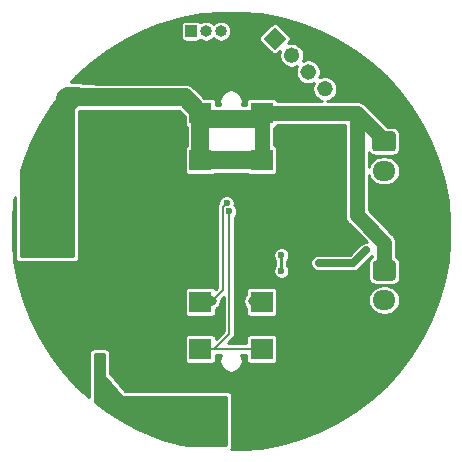
<source format=gbl>
G04 #@! TF.GenerationSoftware,KiCad,Pcbnew,(5.1.10)-1*
G04 #@! TF.CreationDate,2021-05-29T17:35:04+08:00*
G04 #@! TF.ProjectId,tiny_V1.0,74696e79-5f56-4312-9e30-2e6b69636164,rev?*
G04 #@! TF.SameCoordinates,Original*
G04 #@! TF.FileFunction,Copper,L2,Bot*
G04 #@! TF.FilePolarity,Positive*
%FSLAX46Y46*%
G04 Gerber Fmt 4.6, Leading zero omitted, Abs format (unit mm)*
G04 Created by KiCad (PCBNEW (5.1.10)-1) date 2021-05-29 17:35:04*
%MOMM*%
%LPD*%
G01*
G04 APERTURE LIST*
G04 #@! TA.AperFunction,ComponentPad*
%ADD10O,1.950000X1.700000*%
G04 #@! TD*
G04 #@! TA.AperFunction,ComponentPad*
%ADD11C,3.000000*%
G04 #@! TD*
G04 #@! TA.AperFunction,ComponentPad*
%ADD12R,3.000000X3.000000*%
G04 #@! TD*
G04 #@! TA.AperFunction,SMDPad,CuDef*
%ADD13R,1.900000X1.800000*%
G04 #@! TD*
G04 #@! TA.AperFunction,ComponentPad*
%ADD14O,1.000000X1.000000*%
G04 #@! TD*
G04 #@! TA.AperFunction,ComponentPad*
%ADD15R,1.000000X1.000000*%
G04 #@! TD*
G04 #@! TA.AperFunction,ComponentPad*
%ADD16C,0.100000*%
G04 #@! TD*
G04 #@! TA.AperFunction,ViaPad*
%ADD17C,0.800000*%
G04 #@! TD*
G04 #@! TA.AperFunction,ViaPad*
%ADD18C,0.600000*%
G04 #@! TD*
G04 #@! TA.AperFunction,Conductor*
%ADD19C,0.635000*%
G04 #@! TD*
G04 #@! TA.AperFunction,Conductor*
%ADD20C,0.762000*%
G04 #@! TD*
G04 #@! TA.AperFunction,Conductor*
%ADD21C,1.524000*%
G04 #@! TD*
G04 #@! TA.AperFunction,Conductor*
%ADD22C,1.270000*%
G04 #@! TD*
G04 #@! TA.AperFunction,Conductor*
%ADD23C,0.254000*%
G04 #@! TD*
G04 #@! TA.AperFunction,Conductor*
%ADD24C,0.203200*%
G04 #@! TD*
G04 #@! TA.AperFunction,Conductor*
%ADD25C,0.100000*%
G04 #@! TD*
G04 APERTURE END LIST*
D10*
X12976640Y-8342680D03*
X12976640Y-5842680D03*
G04 #@! TA.AperFunction,ComponentPad*
G36*
G01*
X12251640Y-2492680D02*
X13701640Y-2492680D01*
G75*
G02*
X13951640Y-2742680I0J-250000D01*
G01*
X13951640Y-3942680D01*
G75*
G02*
X13701640Y-4192680I-250000J0D01*
G01*
X12251640Y-4192680D01*
G75*
G02*
X12001640Y-3942680I0J250000D01*
G01*
X12001640Y-2742680D01*
G75*
G02*
X12251640Y-2492680I250000J0D01*
G01*
G37*
G04 #@! TD.AperFunction*
X12953780Y2586940D03*
X12953780Y5086940D03*
G04 #@! TA.AperFunction,ComponentPad*
G36*
G01*
X12228780Y8436940D02*
X13678780Y8436940D01*
G75*
G02*
X13928780Y8186940I0J-250000D01*
G01*
X13928780Y6986940D01*
G75*
G02*
X13678780Y6736940I-250000J0D01*
G01*
X12228780Y6736940D01*
G75*
G02*
X11978780Y6986940I0J250000D01*
G01*
X11978780Y8186940D01*
G75*
G02*
X12228780Y8436940I250000J0D01*
G01*
G37*
G04 #@! TD.AperFunction*
D11*
X1916360Y-15582940D03*
D12*
X-1963640Y-15582940D03*
D13*
X-2590000Y2000000D03*
X-2590000Y6000000D03*
X-2590000Y10000000D03*
X-2590000Y-6000000D03*
X-2590000Y-10000000D03*
X-2590000Y-2000000D03*
X2590000Y-10000000D03*
X2590000Y-6000000D03*
X2590000Y-2000000D03*
X2590000Y10000000D03*
X2590000Y6000000D03*
X2590000Y2000000D03*
D14*
X423960Y16923980D03*
X-846040Y16923980D03*
X-2116040Y16923980D03*
D15*
X-3386040Y16923980D03*
G04 #@! TA.AperFunction,ComponentPad*
G36*
G01*
X7476064Y11574122D02*
X7476064Y11574122D01*
G75*
G02*
X7476064Y12528716I477297J477297D01*
G01*
X7476064Y12528716D01*
G75*
G02*
X8430658Y12528716I477297J-477297D01*
G01*
X8430658Y12528716D01*
G75*
G02*
X8430658Y11574122I-477297J-477297D01*
G01*
X8430658Y11574122D01*
G75*
G02*
X7476064Y11574122I-477297J477297D01*
G01*
G37*
G04 #@! TD.AperFunction*
G04 #@! TA.AperFunction,ComponentPad*
G36*
G01*
X6061850Y12988336D02*
X6061850Y12988336D01*
G75*
G02*
X6061850Y13942930I477297J477297D01*
G01*
X6061850Y13942930D01*
G75*
G02*
X7016444Y13942930I477297J-477297D01*
G01*
X7016444Y13942930D01*
G75*
G02*
X7016444Y12988336I-477297J-477297D01*
G01*
X7016444Y12988336D01*
G75*
G02*
X6061850Y12988336I-477297J477297D01*
G01*
G37*
G04 #@! TD.AperFunction*
G04 #@! TA.AperFunction,ComponentPad*
G36*
G01*
X4647637Y14402549D02*
X4647637Y14402549D01*
G75*
G02*
X4647637Y15357143I477297J477297D01*
G01*
X4647637Y15357143D01*
G75*
G02*
X5602231Y15357143I477297J-477297D01*
G01*
X5602231Y15357143D01*
G75*
G02*
X5602231Y14402549I-477297J-477297D01*
G01*
X5602231Y14402549D01*
G75*
G02*
X4647637Y14402549I-477297J477297D01*
G01*
G37*
G04 #@! TD.AperFunction*
G04 #@! TA.AperFunction,ComponentPad*
D16*
G36*
X3710720Y15339466D02*
G01*
X2756126Y16294060D01*
X3710720Y17248654D01*
X4665314Y16294060D01*
X3710720Y15339466D01*
G37*
G04 #@! TD.AperFunction*
D17*
X3200180Y2481540D03*
X2163860Y2552660D03*
X7314980Y8402280D03*
X7254020Y3657560D03*
X7274340Y5852120D03*
X-3949920Y13860740D03*
X-3955000Y12865060D03*
X-8493980Y13020000D03*
X-7693880Y13007300D03*
D18*
X-11046680Y-11264940D03*
D17*
X-10579320Y-9321840D03*
X-11689300Y-9321840D03*
X-12735780Y-9296440D03*
X-10553920Y-8100100D03*
X-11638500Y-8074700D03*
X-12748480Y-8087400D03*
X5336320Y-261660D03*
X5920520Y-1432600D03*
X6649500Y-7899440D03*
X10403620Y-7942620D03*
X8475760Y-5290860D03*
X6065300Y-14787920D03*
X10690640Y-13015000D03*
X-15588200Y-8074700D03*
X-14838900Y-9746020D03*
X-3464780Y-12753380D03*
X-2057620Y-12753380D03*
X-6804880Y-12702580D03*
X2199420Y3571200D03*
X3164620Y3561040D03*
X-9814780Y9786580D03*
X-8560020Y9804360D03*
X-7254460Y9822140D03*
X-5484080Y9855160D03*
X-2532600Y12105600D03*
X6527580Y-5318800D03*
X2003840Y15039300D03*
X2722660Y13825180D03*
D18*
X7414040Y-2697520D03*
X8074824Y-2697516D03*
X10944640Y-2131100D03*
X11420890Y-1644690D03*
D17*
X-12911040Y11793180D03*
X-14402020Y10886400D03*
X-13487620Y10878780D03*
X-13911800Y11755080D03*
X-2568160Y7787600D03*
X-3485100Y10939740D03*
X-2568160Y8724860D03*
X-2590000Y9884120D03*
X-2568160Y6454100D03*
D18*
X4266980Y-3401100D03*
X4266980Y-2044740D03*
X-11041600Y-12392700D03*
X-10998420Y-13213120D03*
X-142170Y1650960D03*
D17*
X-1643600Y-5946180D03*
X1828580Y-5946180D03*
D18*
X-378571Y2368643D03*
D19*
X7414040Y-2697520D02*
X8074820Y-2697520D01*
X8074820Y-2697520D02*
X8074824Y-2697516D01*
X10368064Y-2697516D02*
X11420890Y-1644690D01*
X8074824Y-2697516D02*
X10368064Y-2697516D01*
D20*
X-13495240Y10886400D02*
X-13487620Y10878780D01*
D21*
X-2590000Y6000000D02*
X-2590000Y9884120D01*
X2075599Y9485599D02*
X2590000Y10000000D01*
X-2075599Y9485599D02*
X2075599Y9485599D01*
X-2590000Y10000000D02*
X-2075599Y9485599D01*
X2590000Y6000000D02*
X-2590000Y6000000D01*
X-2590000Y9884120D02*
X-2590000Y10000000D01*
D22*
X10639780Y10000000D02*
X12941080Y7698700D01*
X2590000Y10000000D02*
X10639780Y10000000D01*
D21*
X12974100Y-3340140D02*
X12976640Y-3342680D01*
D22*
X10639780Y10000000D02*
X10639780Y1356380D01*
X12976640Y-980480D02*
X12976640Y-3342680D01*
X10639780Y1356380D02*
X12976640Y-980480D01*
X2590000Y6000000D02*
X2590000Y10000000D01*
D21*
X-13961696Y11318200D02*
X-14044216Y11235680D01*
X-3908200Y11318200D02*
X-13961696Y11318200D01*
X-2590000Y10000000D02*
X-3908200Y11318200D01*
D23*
X4266980Y-3401100D02*
X4266980Y-2044740D01*
D24*
X2590000Y-10000000D02*
X-2590000Y-10000000D01*
X-2590000Y-10000000D02*
X-1436800Y-10000000D01*
X-1436800Y-10000000D02*
X-142170Y-8705370D01*
X-142170Y-8705370D02*
X-142170Y1650960D01*
X-2590000Y-6000000D02*
X-1697420Y-6000000D01*
X-1697420Y-6000000D02*
X-1643600Y-5946180D01*
X-696180Y-4998760D02*
X-696180Y2051034D01*
X-1643600Y-5946180D02*
X-696180Y-4998760D01*
X-696180Y2051034D02*
X-378571Y2368643D01*
D23*
X-12006524Y12056909D02*
X-13369729Y10306576D01*
X-13383028Y10285529D01*
X-13391965Y10262292D01*
X-13396530Y10227767D01*
X-13368591Y5635683D01*
X-13351099Y-2156087D01*
X-17800280Y-2141673D01*
X-17765081Y5160832D01*
X-17558987Y5885179D01*
X-16941068Y7480213D01*
X-16178613Y9011428D01*
X-15278128Y10465761D01*
X-14247296Y11830804D01*
X-14010448Y12090613D01*
X-13977305Y12092823D01*
X-12006524Y12056909D01*
G04 #@! TA.AperFunction,Conductor*
D25*
G36*
X-12006524Y12056909D02*
G01*
X-13369729Y10306576D01*
X-13383028Y10285529D01*
X-13391965Y10262292D01*
X-13396530Y10227767D01*
X-13368591Y5635683D01*
X-13351099Y-2156087D01*
X-17800280Y-2141673D01*
X-17765081Y5160832D01*
X-17558987Y5885179D01*
X-16941068Y7480213D01*
X-16178613Y9011428D01*
X-15278128Y10465761D01*
X-14247296Y11830804D01*
X-14010448Y12090613D01*
X-13977305Y12092823D01*
X-12006524Y12056909D01*
G37*
G04 #@! TD.AperFunction*
D23*
X-10755745Y-12197483D02*
X-10753405Y-12222269D01*
X-10746274Y-12246122D01*
X-10734626Y-12268126D01*
X-10724998Y-12280848D01*
X-9225128Y-14023288D01*
X-9207115Y-14040473D01*
X-9186095Y-14053815D01*
X-9162876Y-14062799D01*
X-9128876Y-14067435D01*
X-421533Y-14067435D01*
X-414360Y-18141518D01*
X-3638348Y-18139555D01*
X-4239935Y-18027099D01*
X-5818840Y-17577862D01*
X-7883813Y-16740099D01*
X-9011428Y-16178613D01*
X-10465761Y-15278128D01*
X-11498283Y-14498404D01*
X-11486366Y-10441886D01*
X-10748643Y-10436218D01*
X-10755745Y-12197483D01*
G04 #@! TA.AperFunction,Conductor*
D25*
G36*
X-10755745Y-12197483D02*
G01*
X-10753405Y-12222269D01*
X-10746274Y-12246122D01*
X-10734626Y-12268126D01*
X-10724998Y-12280848D01*
X-9225128Y-14023288D01*
X-9207115Y-14040473D01*
X-9186095Y-14053815D01*
X-9162876Y-14062799D01*
X-9128876Y-14067435D01*
X-421533Y-14067435D01*
X-414360Y-18141518D01*
X-3638348Y-18139555D01*
X-4239935Y-18027099D01*
X-5818840Y-17577862D01*
X-7883813Y-16740099D01*
X-9011428Y-16178613D01*
X-10465761Y-15278128D01*
X-11498283Y-14498404D01*
X-11486366Y-10441886D01*
X-10748643Y-10436218D01*
X-10755745Y-12197483D01*
G37*
G04 #@! TD.AperFunction*
D23*
X2558518Y18341411D02*
X4239935Y18027099D01*
X5885179Y17558987D01*
X7480213Y16941068D01*
X9011428Y16178613D01*
X10465761Y15278128D01*
X11830804Y14247296D01*
X13094910Y13094910D01*
X14247296Y11830804D01*
X15278128Y10465761D01*
X16178613Y9011428D01*
X16941068Y7480213D01*
X17558987Y5885179D01*
X18027099Y4239935D01*
X18341411Y2558518D01*
X18499240Y855271D01*
X18499240Y-855271D01*
X18341411Y-2558518D01*
X18027099Y-4239935D01*
X17558987Y-5885179D01*
X16941068Y-7480213D01*
X16178613Y-9011428D01*
X15278128Y-10465761D01*
X14247296Y-11830804D01*
X13094910Y-13094910D01*
X11830804Y-14247296D01*
X10465761Y-15278128D01*
X9011428Y-16178613D01*
X7480213Y-16941068D01*
X5885179Y-17558987D01*
X4239935Y-18027099D01*
X2558518Y-18341411D01*
X855271Y-18499240D01*
X14055Y-18499240D01*
X30026Y-18479709D01*
X65118Y-18413777D01*
X86673Y-18342266D01*
X93863Y-18267924D01*
X86243Y-13939764D01*
X78923Y-13866106D01*
X57242Y-13794633D01*
X22034Y-13728763D01*
X-25348Y-13671027D01*
X-83084Y-13623645D01*
X-148954Y-13588437D01*
X-220427Y-13566756D01*
X-294756Y-13559435D01*
X-8954124Y-13559435D01*
X-10247175Y-12057262D01*
X-10240129Y-10309771D01*
X-10248029Y-10231037D01*
X-10270258Y-10159733D01*
X-10305972Y-10094135D01*
X-10353796Y-10036766D01*
X-10411894Y-9989828D01*
X-10478032Y-9955127D01*
X-10549669Y-9933996D01*
X-10624053Y-9927246D01*
X-11615923Y-9934866D01*
X-11686227Y-9941959D01*
X-11757764Y-9963430D01*
X-11823737Y-9998445D01*
X-11881611Y-10045657D01*
X-11929163Y-10103253D01*
X-11964564Y-10169019D01*
X-11986455Y-10240428D01*
X-11993994Y-10314736D01*
X-12005080Y-14088422D01*
X-13094910Y-13094910D01*
X-14247296Y-11830804D01*
X-15278128Y-10465761D01*
X-16178613Y-9011428D01*
X-16941068Y-7480213D01*
X-17558987Y-5885179D01*
X-17782389Y-5100000D01*
X-3922843Y-5100000D01*
X-3922843Y-6900000D01*
X-3915487Y-6974689D01*
X-3893701Y-7046508D01*
X-3858322Y-7112696D01*
X-3810711Y-7170711D01*
X-3752696Y-7218322D01*
X-3686508Y-7253701D01*
X-3614689Y-7275487D01*
X-3540000Y-7282843D01*
X-1640000Y-7282843D01*
X-1565311Y-7275487D01*
X-1493492Y-7253701D01*
X-1427304Y-7218322D01*
X-1369289Y-7170711D01*
X-1321678Y-7112696D01*
X-1286299Y-7046508D01*
X-1264513Y-6974689D01*
X-1257157Y-6900000D01*
X-1257157Y-6627267D01*
X-1145741Y-6552822D01*
X-1036958Y-6444039D01*
X-951487Y-6316122D01*
X-892613Y-6173989D01*
X-862600Y-6023102D01*
X-862600Y-5869258D01*
X-866180Y-5851259D01*
X-624770Y-5609849D01*
X-624770Y-8505471D01*
X-1257157Y-9137858D01*
X-1257157Y-9100000D01*
X-1264513Y-9025311D01*
X-1286299Y-8953492D01*
X-1321678Y-8887304D01*
X-1369289Y-8829289D01*
X-1427304Y-8781678D01*
X-1493492Y-8746299D01*
X-1565311Y-8724513D01*
X-1640000Y-8717157D01*
X-3540000Y-8717157D01*
X-3614689Y-8724513D01*
X-3686508Y-8746299D01*
X-3752696Y-8781678D01*
X-3810711Y-8829289D01*
X-3858322Y-8887304D01*
X-3893701Y-8953492D01*
X-3915487Y-9025311D01*
X-3922843Y-9100000D01*
X-3922843Y-10900000D01*
X-3915487Y-10974689D01*
X-3893701Y-11046508D01*
X-3858322Y-11112696D01*
X-3810711Y-11170711D01*
X-3752696Y-11218322D01*
X-3686508Y-11253701D01*
X-3614689Y-11275487D01*
X-3540000Y-11282843D01*
X-1640000Y-11282843D01*
X-1565311Y-11275487D01*
X-1493492Y-11253701D01*
X-1427304Y-11218322D01*
X-1369289Y-11170711D01*
X-1321678Y-11112696D01*
X-1286299Y-11046508D01*
X-1264513Y-10974689D01*
X-1257157Y-10900000D01*
X-1257157Y-10482600D01*
X-834123Y-10482600D01*
X-869351Y-10535322D01*
X-943301Y-10713853D01*
X-981000Y-10903380D01*
X-981000Y-11096620D01*
X-943301Y-11286147D01*
X-869351Y-11464678D01*
X-761993Y-11625351D01*
X-625351Y-11761993D01*
X-464678Y-11869351D01*
X-286147Y-11943301D01*
X-96620Y-11981000D01*
X96620Y-11981000D01*
X286147Y-11943301D01*
X464678Y-11869351D01*
X625351Y-11761993D01*
X761993Y-11625351D01*
X869351Y-11464678D01*
X943301Y-11286147D01*
X981000Y-11096620D01*
X981000Y-10903380D01*
X943301Y-10713853D01*
X869351Y-10535322D01*
X834123Y-10482600D01*
X1257157Y-10482600D01*
X1257157Y-10900000D01*
X1264513Y-10974689D01*
X1286299Y-11046508D01*
X1321678Y-11112696D01*
X1369289Y-11170711D01*
X1427304Y-11218322D01*
X1493492Y-11253701D01*
X1565311Y-11275487D01*
X1640000Y-11282843D01*
X3540000Y-11282843D01*
X3614689Y-11275487D01*
X3686508Y-11253701D01*
X3752696Y-11218322D01*
X3810711Y-11170711D01*
X3858322Y-11112696D01*
X3893701Y-11046508D01*
X3915487Y-10974689D01*
X3922843Y-10900000D01*
X3922843Y-9100000D01*
X3915487Y-9025311D01*
X3893701Y-8953492D01*
X3858322Y-8887304D01*
X3810711Y-8829289D01*
X3752696Y-8781678D01*
X3686508Y-8746299D01*
X3614689Y-8724513D01*
X3540000Y-8717157D01*
X1640000Y-8717157D01*
X1565311Y-8724513D01*
X1493492Y-8746299D01*
X1427304Y-8781678D01*
X1369289Y-8829289D01*
X1321678Y-8887304D01*
X1286299Y-8953492D01*
X1264513Y-9025311D01*
X1257157Y-9100000D01*
X1257157Y-9517400D01*
X-271701Y-9517400D01*
X182312Y-9063387D01*
X200731Y-9048271D01*
X261039Y-8974785D01*
X305852Y-8890947D01*
X333447Y-8799976D01*
X340430Y-8729077D01*
X340430Y-8729076D01*
X342765Y-8705371D01*
X340430Y-8681666D01*
X340430Y-5869258D01*
X1047580Y-5869258D01*
X1047580Y-6023102D01*
X1077593Y-6173989D01*
X1136467Y-6316122D01*
X1221938Y-6444039D01*
X1257157Y-6479258D01*
X1257157Y-6900000D01*
X1264513Y-6974689D01*
X1286299Y-7046508D01*
X1321678Y-7112696D01*
X1369289Y-7170711D01*
X1427304Y-7218322D01*
X1493492Y-7253701D01*
X1565311Y-7275487D01*
X1640000Y-7282843D01*
X3540000Y-7282843D01*
X3614689Y-7275487D01*
X3686508Y-7253701D01*
X3752696Y-7218322D01*
X3810711Y-7170711D01*
X3858322Y-7112696D01*
X3893701Y-7046508D01*
X3915487Y-6974689D01*
X3922843Y-6900000D01*
X3922843Y-5842680D01*
X11614684Y-5842680D01*
X11638452Y-6083998D01*
X11708842Y-6316043D01*
X11823149Y-6529896D01*
X11976980Y-6717340D01*
X12164424Y-6871171D01*
X12378277Y-6985478D01*
X12610322Y-7055868D01*
X12791168Y-7073680D01*
X13162112Y-7073680D01*
X13342958Y-7055868D01*
X13575003Y-6985478D01*
X13788856Y-6871171D01*
X13976300Y-6717340D01*
X14130131Y-6529896D01*
X14244438Y-6316043D01*
X14314828Y-6083998D01*
X14338596Y-5842680D01*
X14314828Y-5601362D01*
X14244438Y-5369317D01*
X14130131Y-5155464D01*
X13976300Y-4968020D01*
X13788856Y-4814189D01*
X13575003Y-4699882D01*
X13342958Y-4629492D01*
X13162112Y-4611680D01*
X12791168Y-4611680D01*
X12610322Y-4629492D01*
X12378277Y-4699882D01*
X12164424Y-4814189D01*
X11976980Y-4968020D01*
X11823149Y-5155464D01*
X11708842Y-5369317D01*
X11638452Y-5601362D01*
X11614684Y-5842680D01*
X3922843Y-5842680D01*
X3922843Y-5100000D01*
X3915487Y-5025311D01*
X3893701Y-4953492D01*
X3858322Y-4887304D01*
X3810711Y-4829289D01*
X3752696Y-4781678D01*
X3686508Y-4746299D01*
X3614689Y-4724513D01*
X3540000Y-4717157D01*
X1640000Y-4717157D01*
X1565311Y-4724513D01*
X1493492Y-4746299D01*
X1427304Y-4781678D01*
X1369289Y-4829289D01*
X1321678Y-4887304D01*
X1286299Y-4953492D01*
X1264513Y-5025311D01*
X1257157Y-5100000D01*
X1257157Y-5413102D01*
X1221938Y-5448321D01*
X1136467Y-5576238D01*
X1077593Y-5718371D01*
X1047580Y-5869258D01*
X340430Y-5869258D01*
X340430Y-1977667D01*
X3585980Y-1977667D01*
X3585980Y-2111813D01*
X3612151Y-2243380D01*
X3663486Y-2367314D01*
X3738013Y-2478852D01*
X3758981Y-2499820D01*
X3758980Y-2946021D01*
X3738013Y-2966988D01*
X3663486Y-3078526D01*
X3612151Y-3202460D01*
X3585980Y-3334027D01*
X3585980Y-3468173D01*
X3612151Y-3599740D01*
X3663486Y-3723674D01*
X3738013Y-3835212D01*
X3832868Y-3930067D01*
X3944406Y-4004594D01*
X4068340Y-4055929D01*
X4199907Y-4082100D01*
X4334053Y-4082100D01*
X4465620Y-4055929D01*
X4589554Y-4004594D01*
X4701092Y-3930067D01*
X4795947Y-3835212D01*
X4870474Y-3723674D01*
X4921809Y-3599740D01*
X4947980Y-3468173D01*
X4947980Y-3334027D01*
X4921809Y-3202460D01*
X4870474Y-3078526D01*
X4795947Y-2966988D01*
X4774980Y-2946021D01*
X4774980Y-2499819D01*
X4795947Y-2478852D01*
X4870474Y-2367314D01*
X4921809Y-2243380D01*
X4947980Y-2111813D01*
X4947980Y-1977667D01*
X4921809Y-1846100D01*
X4870474Y-1722166D01*
X4795947Y-1610628D01*
X4701092Y-1515773D01*
X4589554Y-1441246D01*
X4465620Y-1389911D01*
X4334053Y-1363740D01*
X4199907Y-1363740D01*
X4068340Y-1389911D01*
X3944406Y-1441246D01*
X3832868Y-1515773D01*
X3738013Y-1610628D01*
X3663486Y-1722166D01*
X3612151Y-1846100D01*
X3585980Y-1977667D01*
X340430Y-1977667D01*
X340430Y1170481D01*
X386797Y1216848D01*
X461324Y1328386D01*
X512659Y1452320D01*
X538830Y1583887D01*
X538830Y1718033D01*
X512659Y1849600D01*
X461324Y1973534D01*
X386797Y2085072D01*
X291942Y2179927D01*
X279840Y2188013D01*
X302429Y2301570D01*
X302429Y2435716D01*
X276258Y2567283D01*
X224923Y2691217D01*
X150396Y2802755D01*
X55541Y2897610D01*
X-55997Y2972137D01*
X-179931Y3023472D01*
X-311498Y3049643D01*
X-445644Y3049643D01*
X-577211Y3023472D01*
X-701145Y2972137D01*
X-812683Y2897610D01*
X-907538Y2802755D01*
X-982065Y2691217D01*
X-1033400Y2567283D01*
X-1059571Y2435716D01*
X-1059571Y2368967D01*
X-1099388Y2320449D01*
X-1144202Y2236610D01*
X-1171796Y2145640D01*
X-1181115Y2051034D01*
X-1178779Y2027319D01*
X-1178780Y-4798861D01*
X-1302710Y-4922791D01*
X-1321678Y-4887304D01*
X-1369289Y-4829289D01*
X-1427304Y-4781678D01*
X-1493492Y-4746299D01*
X-1565311Y-4724513D01*
X-1640000Y-4717157D01*
X-3540000Y-4717157D01*
X-3614689Y-4724513D01*
X-3686508Y-4746299D01*
X-3752696Y-4781678D01*
X-3810711Y-4829289D01*
X-3858322Y-4887304D01*
X-3893701Y-4953492D01*
X-3915487Y-5025311D01*
X-3922843Y-5100000D01*
X-17782389Y-5100000D01*
X-18027099Y-4239935D01*
X-18341411Y-2558518D01*
X-18499240Y-855271D01*
X-18499240Y855271D01*
X-18341411Y2558518D01*
X-18284155Y2864809D01*
X-18308888Y-2266424D01*
X-18301810Y-2341378D01*
X-18280361Y-2412921D01*
X-18245366Y-2478905D01*
X-18198171Y-2536793D01*
X-18140589Y-2584363D01*
X-18074834Y-2619784D01*
X-18003432Y-2641696D01*
X-17929126Y-2649258D01*
X-13225046Y-2664498D01*
X-13148644Y-2657011D01*
X-13077220Y-2635170D01*
X-13011429Y-2599814D01*
X-12953800Y-2552302D01*
X-12906548Y-2494461D01*
X-12871487Y-2428512D01*
X-12849967Y-2356990D01*
X-12842813Y-2282645D01*
X-12860593Y5637075D01*
X-12860599Y5638538D01*
X-12887735Y10098701D01*
X-12828156Y10175200D01*
X-4381646Y10175200D01*
X-3922843Y9716397D01*
X-3922843Y9100000D01*
X-3915487Y9025311D01*
X-3893701Y8953492D01*
X-3858322Y8887304D01*
X-3810711Y8829289D01*
X-3752696Y8781678D01*
X-3732999Y8771150D01*
X-3733000Y7228850D01*
X-3752696Y7218322D01*
X-3810711Y7170711D01*
X-3858322Y7112696D01*
X-3893701Y7046508D01*
X-3915487Y6974689D01*
X-3922843Y6900000D01*
X-3922843Y5100000D01*
X-3915487Y5025311D01*
X-3893701Y4953492D01*
X-3858322Y4887304D01*
X-3810711Y4829289D01*
X-3752696Y4781678D01*
X-3686508Y4746299D01*
X-3614689Y4724513D01*
X-3540000Y4717157D01*
X-1640000Y4717157D01*
X-1565311Y4724513D01*
X-1493492Y4746299D01*
X-1427304Y4781678D01*
X-1369289Y4829289D01*
X-1346547Y4857000D01*
X1346547Y4857000D01*
X1369289Y4829289D01*
X1427304Y4781678D01*
X1493492Y4746299D01*
X1565311Y4724513D01*
X1640000Y4717157D01*
X3540000Y4717157D01*
X3614689Y4724513D01*
X3686508Y4746299D01*
X3752696Y4781678D01*
X3810711Y4829289D01*
X3858322Y4887304D01*
X3893701Y4953492D01*
X3915487Y5025311D01*
X3922843Y5100000D01*
X3922843Y6900000D01*
X3915487Y6974689D01*
X3893701Y7046508D01*
X3858322Y7112696D01*
X3810711Y7170711D01*
X3752696Y7218322D01*
X3686508Y7253701D01*
X3614689Y7275487D01*
X3606000Y7276343D01*
X3606000Y8723657D01*
X3614689Y8724513D01*
X3686508Y8746299D01*
X3752696Y8781678D01*
X3810711Y8829289D01*
X3858322Y8887304D01*
X3893701Y8953492D01*
X3902955Y8984000D01*
X9623780Y8984000D01*
X9623781Y1406292D01*
X9618865Y1356380D01*
X9638482Y1157210D01*
X9671773Y1047466D01*
X9696579Y965693D01*
X9790921Y789190D01*
X9917885Y634484D01*
X9956648Y602672D01*
X11511007Y-951688D01*
X11420890Y-942812D01*
X11283960Y-956298D01*
X11152292Y-996239D01*
X11030946Y-1061099D01*
X10951236Y-1126516D01*
X10078737Y-1999016D01*
X8109122Y-1999016D01*
X8074824Y-1995638D01*
X8040526Y-1999016D01*
X8040515Y-1999016D01*
X8040474Y-1999020D01*
X7379731Y-1999020D01*
X7277110Y-2009127D01*
X7145443Y-2049068D01*
X7024097Y-2113929D01*
X6917737Y-2201217D01*
X6830449Y-2307577D01*
X6765588Y-2428923D01*
X6725647Y-2560590D01*
X6712161Y-2697520D01*
X6725647Y-2834450D01*
X6765588Y-2966117D01*
X6830449Y-3087463D01*
X6917737Y-3193823D01*
X7024097Y-3281111D01*
X7145443Y-3345972D01*
X7277110Y-3385913D01*
X7379731Y-3396020D01*
X8040522Y-3396020D01*
X8074820Y-3399398D01*
X8109118Y-3396020D01*
X8109129Y-3396020D01*
X8109170Y-3396016D01*
X10333766Y-3396016D01*
X10368064Y-3399394D01*
X10402362Y-3396016D01*
X10402373Y-3396016D01*
X10504994Y-3385909D01*
X10636661Y-3345968D01*
X10758007Y-3281107D01*
X10864367Y-3193819D01*
X10886239Y-3167168D01*
X11939064Y-2114344D01*
X11960640Y-2088053D01*
X11960641Y-2184104D01*
X11900051Y-2216490D01*
X11804152Y-2295192D01*
X11725450Y-2391091D01*
X11666969Y-2500501D01*
X11630957Y-2619218D01*
X11618797Y-2742680D01*
X11618797Y-3942680D01*
X11630957Y-4066142D01*
X11666969Y-4184859D01*
X11725450Y-4294269D01*
X11804152Y-4390168D01*
X11900051Y-4468870D01*
X12009461Y-4527351D01*
X12128178Y-4563363D01*
X12251640Y-4575523D01*
X13701640Y-4575523D01*
X13825102Y-4563363D01*
X13943819Y-4527351D01*
X14053229Y-4468870D01*
X14149128Y-4390168D01*
X14227830Y-4294269D01*
X14286311Y-4184859D01*
X14322323Y-4066142D01*
X14334483Y-3942680D01*
X14334483Y-2742680D01*
X14322323Y-2619218D01*
X14286311Y-2500501D01*
X14227830Y-2391091D01*
X14149128Y-2295192D01*
X14053229Y-2216490D01*
X13992640Y-2184104D01*
X13992640Y-1030381D01*
X13997555Y-980479D01*
X13977938Y-781309D01*
X13919842Y-589794D01*
X13919842Y-589793D01*
X13825500Y-413290D01*
X13698536Y-258584D01*
X13659773Y-226772D01*
X11655780Y1777220D01*
X11655780Y4713140D01*
X11685982Y4613577D01*
X11800289Y4399724D01*
X11954120Y4212280D01*
X12141564Y4058449D01*
X12355417Y3944142D01*
X12587462Y3873752D01*
X12768308Y3855940D01*
X13139252Y3855940D01*
X13320098Y3873752D01*
X13552143Y3944142D01*
X13765996Y4058449D01*
X13953440Y4212280D01*
X14107271Y4399724D01*
X14221578Y4613577D01*
X14291968Y4845622D01*
X14315736Y5086940D01*
X14291968Y5328258D01*
X14221578Y5560303D01*
X14107271Y5774156D01*
X13953440Y5961600D01*
X13765996Y6115431D01*
X13552143Y6229738D01*
X13320098Y6300128D01*
X13139252Y6317940D01*
X12768308Y6317940D01*
X12587462Y6300128D01*
X12355417Y6229738D01*
X12141564Y6115431D01*
X11954120Y5961600D01*
X11800289Y5774156D01*
X11685982Y5560303D01*
X11655780Y5460740D01*
X11655780Y6722926D01*
X11702590Y6635351D01*
X11781292Y6539452D01*
X11877191Y6460750D01*
X11986601Y6402269D01*
X12105318Y6366257D01*
X12228780Y6354097D01*
X13678780Y6354097D01*
X13802242Y6366257D01*
X13920959Y6402269D01*
X14030369Y6460750D01*
X14126268Y6539452D01*
X14204970Y6635351D01*
X14263451Y6744761D01*
X14299463Y6863478D01*
X14311623Y6986940D01*
X14311623Y8186940D01*
X14299463Y8310402D01*
X14263451Y8429119D01*
X14204970Y8538529D01*
X14126268Y8634428D01*
X14030369Y8713130D01*
X13920959Y8771611D01*
X13802242Y8807623D01*
X13678780Y8819783D01*
X13256838Y8819783D01*
X11393492Y10683128D01*
X11361676Y10721896D01*
X11206970Y10848860D01*
X11030467Y10943202D01*
X10838951Y11001298D01*
X10689682Y11016000D01*
X10639780Y11020915D01*
X10589878Y11016000D01*
X8160837Y11016000D01*
X8261385Y11036000D01*
X8453565Y11115604D01*
X8626522Y11231170D01*
X8773610Y11378258D01*
X8889176Y11551215D01*
X8968780Y11743395D01*
X9009361Y11947412D01*
X9009361Y12155426D01*
X8968780Y12359443D01*
X8889176Y12551623D01*
X8773610Y12724580D01*
X8626522Y12871668D01*
X8453565Y12987234D01*
X8261385Y13066838D01*
X8057368Y13107419D01*
X7849354Y13107419D01*
X7645337Y13066838D01*
X7490381Y13002653D01*
X7554566Y13157609D01*
X7595147Y13361626D01*
X7595147Y13569640D01*
X7554566Y13773657D01*
X7474962Y13965837D01*
X7359396Y14138794D01*
X7212308Y14285882D01*
X7039351Y14401448D01*
X6847171Y14481052D01*
X6643154Y14521633D01*
X6435140Y14521633D01*
X6231123Y14481052D01*
X6076168Y14416867D01*
X6140353Y14571822D01*
X6180934Y14775839D01*
X6180934Y14983853D01*
X6140353Y15187870D01*
X6060749Y15380050D01*
X5945183Y15553007D01*
X5798095Y15700095D01*
X5625138Y15815661D01*
X5432958Y15895265D01*
X5228941Y15935846D01*
X5020927Y15935846D01*
X4816910Y15895265D01*
X4801599Y15888923D01*
X4936025Y16023349D01*
X4983636Y16081364D01*
X5019015Y16147552D01*
X5040801Y16219371D01*
X5048157Y16294060D01*
X5040801Y16368749D01*
X5019015Y16440568D01*
X4983636Y16506756D01*
X4936025Y16564771D01*
X3981431Y17519365D01*
X3923416Y17566976D01*
X3857228Y17602355D01*
X3785409Y17624141D01*
X3710720Y17631497D01*
X3636031Y17624141D01*
X3564212Y17602355D01*
X3498024Y17566976D01*
X3440009Y17519365D01*
X2485415Y16564771D01*
X2437804Y16506756D01*
X2402425Y16440568D01*
X2380639Y16368749D01*
X2373283Y16294060D01*
X2380639Y16219371D01*
X2402425Y16147552D01*
X2437804Y16081364D01*
X2485415Y16023349D01*
X3440009Y15068755D01*
X3498024Y15021144D01*
X3564212Y14985765D01*
X3636031Y14963979D01*
X3710720Y14956623D01*
X3785409Y14963979D01*
X3857228Y14985765D01*
X3923416Y15021144D01*
X3981431Y15068755D01*
X4115857Y15203181D01*
X4109515Y15187870D01*
X4068934Y14983853D01*
X4068934Y14775839D01*
X4109515Y14571822D01*
X4189119Y14379642D01*
X4304685Y14206685D01*
X4451773Y14059597D01*
X4624730Y13944031D01*
X4816910Y13864427D01*
X5020927Y13823846D01*
X5228941Y13823846D01*
X5432958Y13864427D01*
X5587913Y13928612D01*
X5523728Y13773657D01*
X5483147Y13569640D01*
X5483147Y13361626D01*
X5523728Y13157609D01*
X5603332Y12965429D01*
X5718898Y12792472D01*
X5865986Y12645384D01*
X6038943Y12529818D01*
X6231123Y12450214D01*
X6435140Y12409633D01*
X6643154Y12409633D01*
X6847171Y12450214D01*
X7002127Y12514399D01*
X6937942Y12359443D01*
X6897361Y12155426D01*
X6897361Y11947412D01*
X6937942Y11743395D01*
X7017546Y11551215D01*
X7133112Y11378258D01*
X7280200Y11231170D01*
X7453157Y11115604D01*
X7645337Y11036000D01*
X7745885Y11016000D01*
X3902955Y11016000D01*
X3893701Y11046508D01*
X3858322Y11112696D01*
X3810711Y11170711D01*
X3752696Y11218322D01*
X3686508Y11253701D01*
X3614689Y11275487D01*
X3540000Y11282843D01*
X1640000Y11282843D01*
X1565311Y11275487D01*
X1493492Y11253701D01*
X1427304Y11218322D01*
X1369289Y11170711D01*
X1321678Y11112696D01*
X1286299Y11046508D01*
X1264513Y10974689D01*
X1257157Y10900000D01*
X1257157Y10628599D01*
X907988Y10628599D01*
X943301Y10713853D01*
X981000Y10903380D01*
X981000Y11096620D01*
X943301Y11286147D01*
X869351Y11464678D01*
X761993Y11625351D01*
X625351Y11761993D01*
X464678Y11869351D01*
X286147Y11943301D01*
X96620Y11981000D01*
X-96620Y11981000D01*
X-286147Y11943301D01*
X-464678Y11869351D01*
X-625351Y11761993D01*
X-761993Y11625351D01*
X-869351Y11464678D01*
X-943301Y11286147D01*
X-981000Y11096620D01*
X-981000Y10903380D01*
X-943301Y10713853D01*
X-907988Y10628599D01*
X-1257157Y10628599D01*
X-1257157Y10900000D01*
X-1264513Y10974689D01*
X-1286299Y11046508D01*
X-1321678Y11112696D01*
X-1369289Y11170711D01*
X-1427304Y11218322D01*
X-1493492Y11253701D01*
X-1565311Y11275487D01*
X-1640000Y11282843D01*
X-2256397Y11282843D01*
X-3060273Y12086718D01*
X-3096067Y12130333D01*
X-3270111Y12273168D01*
X-3468677Y12379303D01*
X-3684133Y12444661D01*
X-3852054Y12461200D01*
X-3852061Y12461200D01*
X-3908200Y12466729D01*
X-3964339Y12461200D01*
X-11496520Y12461200D01*
X-11532851Y12492141D01*
X-11598068Y12528543D01*
X-11669134Y12551523D01*
X-11743318Y12560197D01*
X-13552313Y12593163D01*
X-13094910Y13094910D01*
X-11830804Y14247296D01*
X-10465761Y15278128D01*
X-9011428Y16178613D01*
X-7480213Y16941068D01*
X-6233673Y17423980D01*
X-4268883Y17423980D01*
X-4268883Y16423980D01*
X-4261527Y16349291D01*
X-4239741Y16277472D01*
X-4204362Y16211284D01*
X-4156751Y16153269D01*
X-4098736Y16105658D01*
X-4032548Y16070279D01*
X-3960729Y16048493D01*
X-3886040Y16041137D01*
X-2886040Y16041137D01*
X-2811351Y16048493D01*
X-2739532Y16070279D01*
X-2673344Y16105658D01*
X-2615329Y16153269D01*
X-2591608Y16182174D01*
X-2533350Y16143248D01*
X-2373018Y16076836D01*
X-2202811Y16042980D01*
X-2029269Y16042980D01*
X-1859062Y16076836D01*
X-1698730Y16143248D01*
X-1554435Y16239662D01*
X-1481040Y16313057D01*
X-1407645Y16239662D01*
X-1263350Y16143248D01*
X-1103018Y16076836D01*
X-932811Y16042980D01*
X-759269Y16042980D01*
X-589062Y16076836D01*
X-428730Y16143248D01*
X-284435Y16239662D01*
X-161722Y16362375D01*
X-65308Y16506670D01*
X1104Y16667002D01*
X34960Y16837209D01*
X34960Y17010751D01*
X1104Y17180958D01*
X-65308Y17341290D01*
X-161722Y17485585D01*
X-284435Y17608298D01*
X-428730Y17704712D01*
X-589062Y17771124D01*
X-759269Y17804980D01*
X-932811Y17804980D01*
X-1103018Y17771124D01*
X-1263350Y17704712D01*
X-1407645Y17608298D01*
X-1481040Y17534903D01*
X-1554435Y17608298D01*
X-1698730Y17704712D01*
X-1859062Y17771124D01*
X-2029269Y17804980D01*
X-2202811Y17804980D01*
X-2373018Y17771124D01*
X-2533350Y17704712D01*
X-2591608Y17665786D01*
X-2615329Y17694691D01*
X-2673344Y17742302D01*
X-2739532Y17777681D01*
X-2811351Y17799467D01*
X-2886040Y17806823D01*
X-3886040Y17806823D01*
X-3960729Y17799467D01*
X-4032548Y17777681D01*
X-4098736Y17742302D01*
X-4156751Y17694691D01*
X-4204362Y17636676D01*
X-4239741Y17570488D01*
X-4261527Y17498669D01*
X-4268883Y17423980D01*
X-6233673Y17423980D01*
X-5885179Y17558987D01*
X-4239935Y18027099D01*
X-2558518Y18341411D01*
X-855271Y18499240D01*
X855271Y18499240D01*
X2558518Y18341411D01*
G04 #@! TA.AperFunction,Conductor*
D25*
G36*
X2558518Y18341411D02*
G01*
X4239935Y18027099D01*
X5885179Y17558987D01*
X7480213Y16941068D01*
X9011428Y16178613D01*
X10465761Y15278128D01*
X11830804Y14247296D01*
X13094910Y13094910D01*
X14247296Y11830804D01*
X15278128Y10465761D01*
X16178613Y9011428D01*
X16941068Y7480213D01*
X17558987Y5885179D01*
X18027099Y4239935D01*
X18341411Y2558518D01*
X18499240Y855271D01*
X18499240Y-855271D01*
X18341411Y-2558518D01*
X18027099Y-4239935D01*
X17558987Y-5885179D01*
X16941068Y-7480213D01*
X16178613Y-9011428D01*
X15278128Y-10465761D01*
X14247296Y-11830804D01*
X13094910Y-13094910D01*
X11830804Y-14247296D01*
X10465761Y-15278128D01*
X9011428Y-16178613D01*
X7480213Y-16941068D01*
X5885179Y-17558987D01*
X4239935Y-18027099D01*
X2558518Y-18341411D01*
X855271Y-18499240D01*
X14055Y-18499240D01*
X30026Y-18479709D01*
X65118Y-18413777D01*
X86673Y-18342266D01*
X93863Y-18267924D01*
X86243Y-13939764D01*
X78923Y-13866106D01*
X57242Y-13794633D01*
X22034Y-13728763D01*
X-25348Y-13671027D01*
X-83084Y-13623645D01*
X-148954Y-13588437D01*
X-220427Y-13566756D01*
X-294756Y-13559435D01*
X-8954124Y-13559435D01*
X-10247175Y-12057262D01*
X-10240129Y-10309771D01*
X-10248029Y-10231037D01*
X-10270258Y-10159733D01*
X-10305972Y-10094135D01*
X-10353796Y-10036766D01*
X-10411894Y-9989828D01*
X-10478032Y-9955127D01*
X-10549669Y-9933996D01*
X-10624053Y-9927246D01*
X-11615923Y-9934866D01*
X-11686227Y-9941959D01*
X-11757764Y-9963430D01*
X-11823737Y-9998445D01*
X-11881611Y-10045657D01*
X-11929163Y-10103253D01*
X-11964564Y-10169019D01*
X-11986455Y-10240428D01*
X-11993994Y-10314736D01*
X-12005080Y-14088422D01*
X-13094910Y-13094910D01*
X-14247296Y-11830804D01*
X-15278128Y-10465761D01*
X-16178613Y-9011428D01*
X-16941068Y-7480213D01*
X-17558987Y-5885179D01*
X-17782389Y-5100000D01*
X-3922843Y-5100000D01*
X-3922843Y-6900000D01*
X-3915487Y-6974689D01*
X-3893701Y-7046508D01*
X-3858322Y-7112696D01*
X-3810711Y-7170711D01*
X-3752696Y-7218322D01*
X-3686508Y-7253701D01*
X-3614689Y-7275487D01*
X-3540000Y-7282843D01*
X-1640000Y-7282843D01*
X-1565311Y-7275487D01*
X-1493492Y-7253701D01*
X-1427304Y-7218322D01*
X-1369289Y-7170711D01*
X-1321678Y-7112696D01*
X-1286299Y-7046508D01*
X-1264513Y-6974689D01*
X-1257157Y-6900000D01*
X-1257157Y-6627267D01*
X-1145741Y-6552822D01*
X-1036958Y-6444039D01*
X-951487Y-6316122D01*
X-892613Y-6173989D01*
X-862600Y-6023102D01*
X-862600Y-5869258D01*
X-866180Y-5851259D01*
X-624770Y-5609849D01*
X-624770Y-8505471D01*
X-1257157Y-9137858D01*
X-1257157Y-9100000D01*
X-1264513Y-9025311D01*
X-1286299Y-8953492D01*
X-1321678Y-8887304D01*
X-1369289Y-8829289D01*
X-1427304Y-8781678D01*
X-1493492Y-8746299D01*
X-1565311Y-8724513D01*
X-1640000Y-8717157D01*
X-3540000Y-8717157D01*
X-3614689Y-8724513D01*
X-3686508Y-8746299D01*
X-3752696Y-8781678D01*
X-3810711Y-8829289D01*
X-3858322Y-8887304D01*
X-3893701Y-8953492D01*
X-3915487Y-9025311D01*
X-3922843Y-9100000D01*
X-3922843Y-10900000D01*
X-3915487Y-10974689D01*
X-3893701Y-11046508D01*
X-3858322Y-11112696D01*
X-3810711Y-11170711D01*
X-3752696Y-11218322D01*
X-3686508Y-11253701D01*
X-3614689Y-11275487D01*
X-3540000Y-11282843D01*
X-1640000Y-11282843D01*
X-1565311Y-11275487D01*
X-1493492Y-11253701D01*
X-1427304Y-11218322D01*
X-1369289Y-11170711D01*
X-1321678Y-11112696D01*
X-1286299Y-11046508D01*
X-1264513Y-10974689D01*
X-1257157Y-10900000D01*
X-1257157Y-10482600D01*
X-834123Y-10482600D01*
X-869351Y-10535322D01*
X-943301Y-10713853D01*
X-981000Y-10903380D01*
X-981000Y-11096620D01*
X-943301Y-11286147D01*
X-869351Y-11464678D01*
X-761993Y-11625351D01*
X-625351Y-11761993D01*
X-464678Y-11869351D01*
X-286147Y-11943301D01*
X-96620Y-11981000D01*
X96620Y-11981000D01*
X286147Y-11943301D01*
X464678Y-11869351D01*
X625351Y-11761993D01*
X761993Y-11625351D01*
X869351Y-11464678D01*
X943301Y-11286147D01*
X981000Y-11096620D01*
X981000Y-10903380D01*
X943301Y-10713853D01*
X869351Y-10535322D01*
X834123Y-10482600D01*
X1257157Y-10482600D01*
X1257157Y-10900000D01*
X1264513Y-10974689D01*
X1286299Y-11046508D01*
X1321678Y-11112696D01*
X1369289Y-11170711D01*
X1427304Y-11218322D01*
X1493492Y-11253701D01*
X1565311Y-11275487D01*
X1640000Y-11282843D01*
X3540000Y-11282843D01*
X3614689Y-11275487D01*
X3686508Y-11253701D01*
X3752696Y-11218322D01*
X3810711Y-11170711D01*
X3858322Y-11112696D01*
X3893701Y-11046508D01*
X3915487Y-10974689D01*
X3922843Y-10900000D01*
X3922843Y-9100000D01*
X3915487Y-9025311D01*
X3893701Y-8953492D01*
X3858322Y-8887304D01*
X3810711Y-8829289D01*
X3752696Y-8781678D01*
X3686508Y-8746299D01*
X3614689Y-8724513D01*
X3540000Y-8717157D01*
X1640000Y-8717157D01*
X1565311Y-8724513D01*
X1493492Y-8746299D01*
X1427304Y-8781678D01*
X1369289Y-8829289D01*
X1321678Y-8887304D01*
X1286299Y-8953492D01*
X1264513Y-9025311D01*
X1257157Y-9100000D01*
X1257157Y-9517400D01*
X-271701Y-9517400D01*
X182312Y-9063387D01*
X200731Y-9048271D01*
X261039Y-8974785D01*
X305852Y-8890947D01*
X333447Y-8799976D01*
X340430Y-8729077D01*
X340430Y-8729076D01*
X342765Y-8705371D01*
X340430Y-8681666D01*
X340430Y-5869258D01*
X1047580Y-5869258D01*
X1047580Y-6023102D01*
X1077593Y-6173989D01*
X1136467Y-6316122D01*
X1221938Y-6444039D01*
X1257157Y-6479258D01*
X1257157Y-6900000D01*
X1264513Y-6974689D01*
X1286299Y-7046508D01*
X1321678Y-7112696D01*
X1369289Y-7170711D01*
X1427304Y-7218322D01*
X1493492Y-7253701D01*
X1565311Y-7275487D01*
X1640000Y-7282843D01*
X3540000Y-7282843D01*
X3614689Y-7275487D01*
X3686508Y-7253701D01*
X3752696Y-7218322D01*
X3810711Y-7170711D01*
X3858322Y-7112696D01*
X3893701Y-7046508D01*
X3915487Y-6974689D01*
X3922843Y-6900000D01*
X3922843Y-5842680D01*
X11614684Y-5842680D01*
X11638452Y-6083998D01*
X11708842Y-6316043D01*
X11823149Y-6529896D01*
X11976980Y-6717340D01*
X12164424Y-6871171D01*
X12378277Y-6985478D01*
X12610322Y-7055868D01*
X12791168Y-7073680D01*
X13162112Y-7073680D01*
X13342958Y-7055868D01*
X13575003Y-6985478D01*
X13788856Y-6871171D01*
X13976300Y-6717340D01*
X14130131Y-6529896D01*
X14244438Y-6316043D01*
X14314828Y-6083998D01*
X14338596Y-5842680D01*
X14314828Y-5601362D01*
X14244438Y-5369317D01*
X14130131Y-5155464D01*
X13976300Y-4968020D01*
X13788856Y-4814189D01*
X13575003Y-4699882D01*
X13342958Y-4629492D01*
X13162112Y-4611680D01*
X12791168Y-4611680D01*
X12610322Y-4629492D01*
X12378277Y-4699882D01*
X12164424Y-4814189D01*
X11976980Y-4968020D01*
X11823149Y-5155464D01*
X11708842Y-5369317D01*
X11638452Y-5601362D01*
X11614684Y-5842680D01*
X3922843Y-5842680D01*
X3922843Y-5100000D01*
X3915487Y-5025311D01*
X3893701Y-4953492D01*
X3858322Y-4887304D01*
X3810711Y-4829289D01*
X3752696Y-4781678D01*
X3686508Y-4746299D01*
X3614689Y-4724513D01*
X3540000Y-4717157D01*
X1640000Y-4717157D01*
X1565311Y-4724513D01*
X1493492Y-4746299D01*
X1427304Y-4781678D01*
X1369289Y-4829289D01*
X1321678Y-4887304D01*
X1286299Y-4953492D01*
X1264513Y-5025311D01*
X1257157Y-5100000D01*
X1257157Y-5413102D01*
X1221938Y-5448321D01*
X1136467Y-5576238D01*
X1077593Y-5718371D01*
X1047580Y-5869258D01*
X340430Y-5869258D01*
X340430Y-1977667D01*
X3585980Y-1977667D01*
X3585980Y-2111813D01*
X3612151Y-2243380D01*
X3663486Y-2367314D01*
X3738013Y-2478852D01*
X3758981Y-2499820D01*
X3758980Y-2946021D01*
X3738013Y-2966988D01*
X3663486Y-3078526D01*
X3612151Y-3202460D01*
X3585980Y-3334027D01*
X3585980Y-3468173D01*
X3612151Y-3599740D01*
X3663486Y-3723674D01*
X3738013Y-3835212D01*
X3832868Y-3930067D01*
X3944406Y-4004594D01*
X4068340Y-4055929D01*
X4199907Y-4082100D01*
X4334053Y-4082100D01*
X4465620Y-4055929D01*
X4589554Y-4004594D01*
X4701092Y-3930067D01*
X4795947Y-3835212D01*
X4870474Y-3723674D01*
X4921809Y-3599740D01*
X4947980Y-3468173D01*
X4947980Y-3334027D01*
X4921809Y-3202460D01*
X4870474Y-3078526D01*
X4795947Y-2966988D01*
X4774980Y-2946021D01*
X4774980Y-2499819D01*
X4795947Y-2478852D01*
X4870474Y-2367314D01*
X4921809Y-2243380D01*
X4947980Y-2111813D01*
X4947980Y-1977667D01*
X4921809Y-1846100D01*
X4870474Y-1722166D01*
X4795947Y-1610628D01*
X4701092Y-1515773D01*
X4589554Y-1441246D01*
X4465620Y-1389911D01*
X4334053Y-1363740D01*
X4199907Y-1363740D01*
X4068340Y-1389911D01*
X3944406Y-1441246D01*
X3832868Y-1515773D01*
X3738013Y-1610628D01*
X3663486Y-1722166D01*
X3612151Y-1846100D01*
X3585980Y-1977667D01*
X340430Y-1977667D01*
X340430Y1170481D01*
X386797Y1216848D01*
X461324Y1328386D01*
X512659Y1452320D01*
X538830Y1583887D01*
X538830Y1718033D01*
X512659Y1849600D01*
X461324Y1973534D01*
X386797Y2085072D01*
X291942Y2179927D01*
X279840Y2188013D01*
X302429Y2301570D01*
X302429Y2435716D01*
X276258Y2567283D01*
X224923Y2691217D01*
X150396Y2802755D01*
X55541Y2897610D01*
X-55997Y2972137D01*
X-179931Y3023472D01*
X-311498Y3049643D01*
X-445644Y3049643D01*
X-577211Y3023472D01*
X-701145Y2972137D01*
X-812683Y2897610D01*
X-907538Y2802755D01*
X-982065Y2691217D01*
X-1033400Y2567283D01*
X-1059571Y2435716D01*
X-1059571Y2368967D01*
X-1099388Y2320449D01*
X-1144202Y2236610D01*
X-1171796Y2145640D01*
X-1181115Y2051034D01*
X-1178779Y2027319D01*
X-1178780Y-4798861D01*
X-1302710Y-4922791D01*
X-1321678Y-4887304D01*
X-1369289Y-4829289D01*
X-1427304Y-4781678D01*
X-1493492Y-4746299D01*
X-1565311Y-4724513D01*
X-1640000Y-4717157D01*
X-3540000Y-4717157D01*
X-3614689Y-4724513D01*
X-3686508Y-4746299D01*
X-3752696Y-4781678D01*
X-3810711Y-4829289D01*
X-3858322Y-4887304D01*
X-3893701Y-4953492D01*
X-3915487Y-5025311D01*
X-3922843Y-5100000D01*
X-17782389Y-5100000D01*
X-18027099Y-4239935D01*
X-18341411Y-2558518D01*
X-18499240Y-855271D01*
X-18499240Y855271D01*
X-18341411Y2558518D01*
X-18284155Y2864809D01*
X-18308888Y-2266424D01*
X-18301810Y-2341378D01*
X-18280361Y-2412921D01*
X-18245366Y-2478905D01*
X-18198171Y-2536793D01*
X-18140589Y-2584363D01*
X-18074834Y-2619784D01*
X-18003432Y-2641696D01*
X-17929126Y-2649258D01*
X-13225046Y-2664498D01*
X-13148644Y-2657011D01*
X-13077220Y-2635170D01*
X-13011429Y-2599814D01*
X-12953800Y-2552302D01*
X-12906548Y-2494461D01*
X-12871487Y-2428512D01*
X-12849967Y-2356990D01*
X-12842813Y-2282645D01*
X-12860593Y5637075D01*
X-12860599Y5638538D01*
X-12887735Y10098701D01*
X-12828156Y10175200D01*
X-4381646Y10175200D01*
X-3922843Y9716397D01*
X-3922843Y9100000D01*
X-3915487Y9025311D01*
X-3893701Y8953492D01*
X-3858322Y8887304D01*
X-3810711Y8829289D01*
X-3752696Y8781678D01*
X-3732999Y8771150D01*
X-3733000Y7228850D01*
X-3752696Y7218322D01*
X-3810711Y7170711D01*
X-3858322Y7112696D01*
X-3893701Y7046508D01*
X-3915487Y6974689D01*
X-3922843Y6900000D01*
X-3922843Y5100000D01*
X-3915487Y5025311D01*
X-3893701Y4953492D01*
X-3858322Y4887304D01*
X-3810711Y4829289D01*
X-3752696Y4781678D01*
X-3686508Y4746299D01*
X-3614689Y4724513D01*
X-3540000Y4717157D01*
X-1640000Y4717157D01*
X-1565311Y4724513D01*
X-1493492Y4746299D01*
X-1427304Y4781678D01*
X-1369289Y4829289D01*
X-1346547Y4857000D01*
X1346547Y4857000D01*
X1369289Y4829289D01*
X1427304Y4781678D01*
X1493492Y4746299D01*
X1565311Y4724513D01*
X1640000Y4717157D01*
X3540000Y4717157D01*
X3614689Y4724513D01*
X3686508Y4746299D01*
X3752696Y4781678D01*
X3810711Y4829289D01*
X3858322Y4887304D01*
X3893701Y4953492D01*
X3915487Y5025311D01*
X3922843Y5100000D01*
X3922843Y6900000D01*
X3915487Y6974689D01*
X3893701Y7046508D01*
X3858322Y7112696D01*
X3810711Y7170711D01*
X3752696Y7218322D01*
X3686508Y7253701D01*
X3614689Y7275487D01*
X3606000Y7276343D01*
X3606000Y8723657D01*
X3614689Y8724513D01*
X3686508Y8746299D01*
X3752696Y8781678D01*
X3810711Y8829289D01*
X3858322Y8887304D01*
X3893701Y8953492D01*
X3902955Y8984000D01*
X9623780Y8984000D01*
X9623781Y1406292D01*
X9618865Y1356380D01*
X9638482Y1157210D01*
X9671773Y1047466D01*
X9696579Y965693D01*
X9790921Y789190D01*
X9917885Y634484D01*
X9956648Y602672D01*
X11511007Y-951688D01*
X11420890Y-942812D01*
X11283960Y-956298D01*
X11152292Y-996239D01*
X11030946Y-1061099D01*
X10951236Y-1126516D01*
X10078737Y-1999016D01*
X8109122Y-1999016D01*
X8074824Y-1995638D01*
X8040526Y-1999016D01*
X8040515Y-1999016D01*
X8040474Y-1999020D01*
X7379731Y-1999020D01*
X7277110Y-2009127D01*
X7145443Y-2049068D01*
X7024097Y-2113929D01*
X6917737Y-2201217D01*
X6830449Y-2307577D01*
X6765588Y-2428923D01*
X6725647Y-2560590D01*
X6712161Y-2697520D01*
X6725647Y-2834450D01*
X6765588Y-2966117D01*
X6830449Y-3087463D01*
X6917737Y-3193823D01*
X7024097Y-3281111D01*
X7145443Y-3345972D01*
X7277110Y-3385913D01*
X7379731Y-3396020D01*
X8040522Y-3396020D01*
X8074820Y-3399398D01*
X8109118Y-3396020D01*
X8109129Y-3396020D01*
X8109170Y-3396016D01*
X10333766Y-3396016D01*
X10368064Y-3399394D01*
X10402362Y-3396016D01*
X10402373Y-3396016D01*
X10504994Y-3385909D01*
X10636661Y-3345968D01*
X10758007Y-3281107D01*
X10864367Y-3193819D01*
X10886239Y-3167168D01*
X11939064Y-2114344D01*
X11960640Y-2088053D01*
X11960641Y-2184104D01*
X11900051Y-2216490D01*
X11804152Y-2295192D01*
X11725450Y-2391091D01*
X11666969Y-2500501D01*
X11630957Y-2619218D01*
X11618797Y-2742680D01*
X11618797Y-3942680D01*
X11630957Y-4066142D01*
X11666969Y-4184859D01*
X11725450Y-4294269D01*
X11804152Y-4390168D01*
X11900051Y-4468870D01*
X12009461Y-4527351D01*
X12128178Y-4563363D01*
X12251640Y-4575523D01*
X13701640Y-4575523D01*
X13825102Y-4563363D01*
X13943819Y-4527351D01*
X14053229Y-4468870D01*
X14149128Y-4390168D01*
X14227830Y-4294269D01*
X14286311Y-4184859D01*
X14322323Y-4066142D01*
X14334483Y-3942680D01*
X14334483Y-2742680D01*
X14322323Y-2619218D01*
X14286311Y-2500501D01*
X14227830Y-2391091D01*
X14149128Y-2295192D01*
X14053229Y-2216490D01*
X13992640Y-2184104D01*
X13992640Y-1030381D01*
X13997555Y-980479D01*
X13977938Y-781309D01*
X13919842Y-589794D01*
X13919842Y-589793D01*
X13825500Y-413290D01*
X13698536Y-258584D01*
X13659773Y-226772D01*
X11655780Y1777220D01*
X11655780Y4713140D01*
X11685982Y4613577D01*
X11800289Y4399724D01*
X11954120Y4212280D01*
X12141564Y4058449D01*
X12355417Y3944142D01*
X12587462Y3873752D01*
X12768308Y3855940D01*
X13139252Y3855940D01*
X13320098Y3873752D01*
X13552143Y3944142D01*
X13765996Y4058449D01*
X13953440Y4212280D01*
X14107271Y4399724D01*
X14221578Y4613577D01*
X14291968Y4845622D01*
X14315736Y5086940D01*
X14291968Y5328258D01*
X14221578Y5560303D01*
X14107271Y5774156D01*
X13953440Y5961600D01*
X13765996Y6115431D01*
X13552143Y6229738D01*
X13320098Y6300128D01*
X13139252Y6317940D01*
X12768308Y6317940D01*
X12587462Y6300128D01*
X12355417Y6229738D01*
X12141564Y6115431D01*
X11954120Y5961600D01*
X11800289Y5774156D01*
X11685982Y5560303D01*
X11655780Y5460740D01*
X11655780Y6722926D01*
X11702590Y6635351D01*
X11781292Y6539452D01*
X11877191Y6460750D01*
X11986601Y6402269D01*
X12105318Y6366257D01*
X12228780Y6354097D01*
X13678780Y6354097D01*
X13802242Y6366257D01*
X13920959Y6402269D01*
X14030369Y6460750D01*
X14126268Y6539452D01*
X14204970Y6635351D01*
X14263451Y6744761D01*
X14299463Y6863478D01*
X14311623Y6986940D01*
X14311623Y8186940D01*
X14299463Y8310402D01*
X14263451Y8429119D01*
X14204970Y8538529D01*
X14126268Y8634428D01*
X14030369Y8713130D01*
X13920959Y8771611D01*
X13802242Y8807623D01*
X13678780Y8819783D01*
X13256838Y8819783D01*
X11393492Y10683128D01*
X11361676Y10721896D01*
X11206970Y10848860D01*
X11030467Y10943202D01*
X10838951Y11001298D01*
X10689682Y11016000D01*
X10639780Y11020915D01*
X10589878Y11016000D01*
X8160837Y11016000D01*
X8261385Y11036000D01*
X8453565Y11115604D01*
X8626522Y11231170D01*
X8773610Y11378258D01*
X8889176Y11551215D01*
X8968780Y11743395D01*
X9009361Y11947412D01*
X9009361Y12155426D01*
X8968780Y12359443D01*
X8889176Y12551623D01*
X8773610Y12724580D01*
X8626522Y12871668D01*
X8453565Y12987234D01*
X8261385Y13066838D01*
X8057368Y13107419D01*
X7849354Y13107419D01*
X7645337Y13066838D01*
X7490381Y13002653D01*
X7554566Y13157609D01*
X7595147Y13361626D01*
X7595147Y13569640D01*
X7554566Y13773657D01*
X7474962Y13965837D01*
X7359396Y14138794D01*
X7212308Y14285882D01*
X7039351Y14401448D01*
X6847171Y14481052D01*
X6643154Y14521633D01*
X6435140Y14521633D01*
X6231123Y14481052D01*
X6076168Y14416867D01*
X6140353Y14571822D01*
X6180934Y14775839D01*
X6180934Y14983853D01*
X6140353Y15187870D01*
X6060749Y15380050D01*
X5945183Y15553007D01*
X5798095Y15700095D01*
X5625138Y15815661D01*
X5432958Y15895265D01*
X5228941Y15935846D01*
X5020927Y15935846D01*
X4816910Y15895265D01*
X4801599Y15888923D01*
X4936025Y16023349D01*
X4983636Y16081364D01*
X5019015Y16147552D01*
X5040801Y16219371D01*
X5048157Y16294060D01*
X5040801Y16368749D01*
X5019015Y16440568D01*
X4983636Y16506756D01*
X4936025Y16564771D01*
X3981431Y17519365D01*
X3923416Y17566976D01*
X3857228Y17602355D01*
X3785409Y17624141D01*
X3710720Y17631497D01*
X3636031Y17624141D01*
X3564212Y17602355D01*
X3498024Y17566976D01*
X3440009Y17519365D01*
X2485415Y16564771D01*
X2437804Y16506756D01*
X2402425Y16440568D01*
X2380639Y16368749D01*
X2373283Y16294060D01*
X2380639Y16219371D01*
X2402425Y16147552D01*
X2437804Y16081364D01*
X2485415Y16023349D01*
X3440009Y15068755D01*
X3498024Y15021144D01*
X3564212Y14985765D01*
X3636031Y14963979D01*
X3710720Y14956623D01*
X3785409Y14963979D01*
X3857228Y14985765D01*
X3923416Y15021144D01*
X3981431Y15068755D01*
X4115857Y15203181D01*
X4109515Y15187870D01*
X4068934Y14983853D01*
X4068934Y14775839D01*
X4109515Y14571822D01*
X4189119Y14379642D01*
X4304685Y14206685D01*
X4451773Y14059597D01*
X4624730Y13944031D01*
X4816910Y13864427D01*
X5020927Y13823846D01*
X5228941Y13823846D01*
X5432958Y13864427D01*
X5587913Y13928612D01*
X5523728Y13773657D01*
X5483147Y13569640D01*
X5483147Y13361626D01*
X5523728Y13157609D01*
X5603332Y12965429D01*
X5718898Y12792472D01*
X5865986Y12645384D01*
X6038943Y12529818D01*
X6231123Y12450214D01*
X6435140Y12409633D01*
X6643154Y12409633D01*
X6847171Y12450214D01*
X7002127Y12514399D01*
X6937942Y12359443D01*
X6897361Y12155426D01*
X6897361Y11947412D01*
X6937942Y11743395D01*
X7017546Y11551215D01*
X7133112Y11378258D01*
X7280200Y11231170D01*
X7453157Y11115604D01*
X7645337Y11036000D01*
X7745885Y11016000D01*
X3902955Y11016000D01*
X3893701Y11046508D01*
X3858322Y11112696D01*
X3810711Y11170711D01*
X3752696Y11218322D01*
X3686508Y11253701D01*
X3614689Y11275487D01*
X3540000Y11282843D01*
X1640000Y11282843D01*
X1565311Y11275487D01*
X1493492Y11253701D01*
X1427304Y11218322D01*
X1369289Y11170711D01*
X1321678Y11112696D01*
X1286299Y11046508D01*
X1264513Y10974689D01*
X1257157Y10900000D01*
X1257157Y10628599D01*
X907988Y10628599D01*
X943301Y10713853D01*
X981000Y10903380D01*
X981000Y11096620D01*
X943301Y11286147D01*
X869351Y11464678D01*
X761993Y11625351D01*
X625351Y11761993D01*
X464678Y11869351D01*
X286147Y11943301D01*
X96620Y11981000D01*
X-96620Y11981000D01*
X-286147Y11943301D01*
X-464678Y11869351D01*
X-625351Y11761993D01*
X-761993Y11625351D01*
X-869351Y11464678D01*
X-943301Y11286147D01*
X-981000Y11096620D01*
X-981000Y10903380D01*
X-943301Y10713853D01*
X-907988Y10628599D01*
X-1257157Y10628599D01*
X-1257157Y10900000D01*
X-1264513Y10974689D01*
X-1286299Y11046508D01*
X-1321678Y11112696D01*
X-1369289Y11170711D01*
X-1427304Y11218322D01*
X-1493492Y11253701D01*
X-1565311Y11275487D01*
X-1640000Y11282843D01*
X-2256397Y11282843D01*
X-3060273Y12086718D01*
X-3096067Y12130333D01*
X-3270111Y12273168D01*
X-3468677Y12379303D01*
X-3684133Y12444661D01*
X-3852054Y12461200D01*
X-3852061Y12461200D01*
X-3908200Y12466729D01*
X-3964339Y12461200D01*
X-11496520Y12461200D01*
X-11532851Y12492141D01*
X-11598068Y12528543D01*
X-11669134Y12551523D01*
X-11743318Y12560197D01*
X-13552313Y12593163D01*
X-13094910Y13094910D01*
X-11830804Y14247296D01*
X-10465761Y15278128D01*
X-9011428Y16178613D01*
X-7480213Y16941068D01*
X-6233673Y17423980D01*
X-4268883Y17423980D01*
X-4268883Y16423980D01*
X-4261527Y16349291D01*
X-4239741Y16277472D01*
X-4204362Y16211284D01*
X-4156751Y16153269D01*
X-4098736Y16105658D01*
X-4032548Y16070279D01*
X-3960729Y16048493D01*
X-3886040Y16041137D01*
X-2886040Y16041137D01*
X-2811351Y16048493D01*
X-2739532Y16070279D01*
X-2673344Y16105658D01*
X-2615329Y16153269D01*
X-2591608Y16182174D01*
X-2533350Y16143248D01*
X-2373018Y16076836D01*
X-2202811Y16042980D01*
X-2029269Y16042980D01*
X-1859062Y16076836D01*
X-1698730Y16143248D01*
X-1554435Y16239662D01*
X-1481040Y16313057D01*
X-1407645Y16239662D01*
X-1263350Y16143248D01*
X-1103018Y16076836D01*
X-932811Y16042980D01*
X-759269Y16042980D01*
X-589062Y16076836D01*
X-428730Y16143248D01*
X-284435Y16239662D01*
X-161722Y16362375D01*
X-65308Y16506670D01*
X1104Y16667002D01*
X34960Y16837209D01*
X34960Y17010751D01*
X1104Y17180958D01*
X-65308Y17341290D01*
X-161722Y17485585D01*
X-284435Y17608298D01*
X-428730Y17704712D01*
X-589062Y17771124D01*
X-759269Y17804980D01*
X-932811Y17804980D01*
X-1103018Y17771124D01*
X-1263350Y17704712D01*
X-1407645Y17608298D01*
X-1481040Y17534903D01*
X-1554435Y17608298D01*
X-1698730Y17704712D01*
X-1859062Y17771124D01*
X-2029269Y17804980D01*
X-2202811Y17804980D01*
X-2373018Y17771124D01*
X-2533350Y17704712D01*
X-2591608Y17665786D01*
X-2615329Y17694691D01*
X-2673344Y17742302D01*
X-2739532Y17777681D01*
X-2811351Y17799467D01*
X-2886040Y17806823D01*
X-3886040Y17806823D01*
X-3960729Y17799467D01*
X-4032548Y17777681D01*
X-4098736Y17742302D01*
X-4156751Y17694691D01*
X-4204362Y17636676D01*
X-4239741Y17570488D01*
X-4261527Y17498669D01*
X-4268883Y17423980D01*
X-6233673Y17423980D01*
X-5885179Y17558987D01*
X-4239935Y18027099D01*
X-2558518Y18341411D01*
X-855271Y18499240D01*
X855271Y18499240D01*
X2558518Y18341411D01*
G37*
G04 #@! TD.AperFunction*
M02*

</source>
